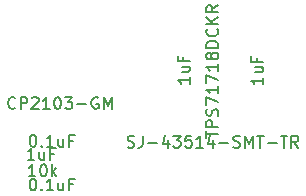
<source format=gbr>
G04 #@! TF.GenerationSoftware,KiCad,Pcbnew,no-vcs-found-7409~56~ubuntu16.10.1*
G04 #@! TF.CreationDate,2017-01-11T20:07:43-05:00*
G04 #@! TF.ProjectId,android_debug_cable,616E64726F69645F64656275675F6361,rev?*
G04 #@! TF.FileFunction,Other,Fab,Top*
%FSLAX46Y46*%
G04 Gerber Fmt 4.6, Leading zero omitted, Abs format (unit mm)*
G04 Created by KiCad (PCBNEW no-vcs-found-7409~56~ubuntu16.10.1) date Wed Jan 11 20:07:43 2017*
%MOMM*%
%LPD*%
G01*
G04 APERTURE LIST*
%ADD10C,0.100000*%
%ADD11C,0.150000*%
G04 APERTURE END LIST*
D10*
D11*
X99411714Y-84378261D02*
X99554571Y-84425880D01*
X99792666Y-84425880D01*
X99887904Y-84378261D01*
X99935523Y-84330642D01*
X99983142Y-84235404D01*
X99983142Y-84140166D01*
X99935523Y-84044928D01*
X99887904Y-83997309D01*
X99792666Y-83949690D01*
X99602190Y-83902071D01*
X99506952Y-83854452D01*
X99459333Y-83806833D01*
X99411714Y-83711595D01*
X99411714Y-83616357D01*
X99459333Y-83521119D01*
X99506952Y-83473500D01*
X99602190Y-83425880D01*
X99840285Y-83425880D01*
X99983142Y-83473500D01*
X100697428Y-83425880D02*
X100697428Y-84140166D01*
X100649809Y-84283023D01*
X100554571Y-84378261D01*
X100411714Y-84425880D01*
X100316476Y-84425880D01*
X101173619Y-84044928D02*
X101935523Y-84044928D01*
X102840285Y-83759214D02*
X102840285Y-84425880D01*
X102602190Y-83378261D02*
X102364095Y-84092547D01*
X102983142Y-84092547D01*
X103268857Y-83425880D02*
X103887904Y-83425880D01*
X103554571Y-83806833D01*
X103697428Y-83806833D01*
X103792666Y-83854452D01*
X103840285Y-83902071D01*
X103887904Y-83997309D01*
X103887904Y-84235404D01*
X103840285Y-84330642D01*
X103792666Y-84378261D01*
X103697428Y-84425880D01*
X103411714Y-84425880D01*
X103316476Y-84378261D01*
X103268857Y-84330642D01*
X104792666Y-83425880D02*
X104316476Y-83425880D01*
X104268857Y-83902071D01*
X104316476Y-83854452D01*
X104411714Y-83806833D01*
X104649809Y-83806833D01*
X104745047Y-83854452D01*
X104792666Y-83902071D01*
X104840285Y-83997309D01*
X104840285Y-84235404D01*
X104792666Y-84330642D01*
X104745047Y-84378261D01*
X104649809Y-84425880D01*
X104411714Y-84425880D01*
X104316476Y-84378261D01*
X104268857Y-84330642D01*
X105792666Y-84425880D02*
X105221238Y-84425880D01*
X105506952Y-84425880D02*
X105506952Y-83425880D01*
X105411714Y-83568738D01*
X105316476Y-83663976D01*
X105221238Y-83711595D01*
X106649809Y-83759214D02*
X106649809Y-84425880D01*
X106411714Y-83378261D02*
X106173619Y-84092547D01*
X106792666Y-84092547D01*
X107173619Y-84044928D02*
X107935523Y-84044928D01*
X108364095Y-84378261D02*
X108506952Y-84425880D01*
X108745047Y-84425880D01*
X108840285Y-84378261D01*
X108887904Y-84330642D01*
X108935523Y-84235404D01*
X108935523Y-84140166D01*
X108887904Y-84044928D01*
X108840285Y-83997309D01*
X108745047Y-83949690D01*
X108554571Y-83902071D01*
X108459333Y-83854452D01*
X108411714Y-83806833D01*
X108364095Y-83711595D01*
X108364095Y-83616357D01*
X108411714Y-83521119D01*
X108459333Y-83473500D01*
X108554571Y-83425880D01*
X108792666Y-83425880D01*
X108935523Y-83473500D01*
X109364095Y-84425880D02*
X109364095Y-83425880D01*
X109697428Y-84140166D01*
X110030761Y-83425880D01*
X110030761Y-84425880D01*
X110364095Y-83425880D02*
X110935523Y-83425880D01*
X110649809Y-84425880D02*
X110649809Y-83425880D01*
X111268857Y-84044928D02*
X112030761Y-84044928D01*
X112364095Y-83425880D02*
X112935523Y-83425880D01*
X112649809Y-84425880D02*
X112649809Y-83425880D01*
X113840285Y-84425880D02*
X113506952Y-83949690D01*
X113268857Y-84425880D02*
X113268857Y-83425880D01*
X113649809Y-83425880D01*
X113745047Y-83473500D01*
X113792666Y-83521119D01*
X113840285Y-83616357D01*
X113840285Y-83759214D01*
X113792666Y-83854452D01*
X113745047Y-83902071D01*
X113649809Y-83949690D01*
X113268857Y-83949690D01*
X91357142Y-83352380D02*
X91452380Y-83352380D01*
X91547619Y-83400000D01*
X91595238Y-83447619D01*
X91642857Y-83542857D01*
X91690476Y-83733333D01*
X91690476Y-83971428D01*
X91642857Y-84161904D01*
X91595238Y-84257142D01*
X91547619Y-84304761D01*
X91452380Y-84352380D01*
X91357142Y-84352380D01*
X91261904Y-84304761D01*
X91214285Y-84257142D01*
X91166666Y-84161904D01*
X91119047Y-83971428D01*
X91119047Y-83733333D01*
X91166666Y-83542857D01*
X91214285Y-83447619D01*
X91261904Y-83400000D01*
X91357142Y-83352380D01*
X92119047Y-84257142D02*
X92166666Y-84304761D01*
X92119047Y-84352380D01*
X92071428Y-84304761D01*
X92119047Y-84257142D01*
X92119047Y-84352380D01*
X93119047Y-84352380D02*
X92547619Y-84352380D01*
X92833333Y-84352380D02*
X92833333Y-83352380D01*
X92738095Y-83495238D01*
X92642857Y-83590476D01*
X92547619Y-83638095D01*
X93976190Y-83685714D02*
X93976190Y-84352380D01*
X93547619Y-83685714D02*
X93547619Y-84209523D01*
X93595238Y-84304761D01*
X93690476Y-84352380D01*
X93833333Y-84352380D01*
X93928571Y-84304761D01*
X93976190Y-84257142D01*
X94785714Y-83828571D02*
X94452380Y-83828571D01*
X94452380Y-84352380D02*
X94452380Y-83352380D01*
X94928571Y-83352380D01*
X91504761Y-85452380D02*
X90933333Y-85452380D01*
X91219047Y-85452380D02*
X91219047Y-84452380D01*
X91123809Y-84595238D01*
X91028571Y-84690476D01*
X90933333Y-84738095D01*
X92361904Y-84785714D02*
X92361904Y-85452380D01*
X91933333Y-84785714D02*
X91933333Y-85309523D01*
X91980952Y-85404761D01*
X92076190Y-85452380D01*
X92219047Y-85452380D01*
X92314285Y-85404761D01*
X92361904Y-85357142D01*
X93171428Y-84928571D02*
X92838095Y-84928571D01*
X92838095Y-85452380D02*
X92838095Y-84452380D01*
X93314285Y-84452380D01*
X104652380Y-78445238D02*
X104652380Y-79016666D01*
X104652380Y-78730952D02*
X103652380Y-78730952D01*
X103795238Y-78826190D01*
X103890476Y-78921428D01*
X103938095Y-79016666D01*
X103985714Y-77588095D02*
X104652380Y-77588095D01*
X103985714Y-78016666D02*
X104509523Y-78016666D01*
X104604761Y-77969047D01*
X104652380Y-77873809D01*
X104652380Y-77730952D01*
X104604761Y-77635714D01*
X104557142Y-77588095D01*
X104128571Y-76778571D02*
X104128571Y-77111904D01*
X104652380Y-77111904D02*
X103652380Y-77111904D01*
X103652380Y-76635714D01*
X110852380Y-78495238D02*
X110852380Y-79066666D01*
X110852380Y-78780952D02*
X109852380Y-78780952D01*
X109995238Y-78876190D01*
X110090476Y-78971428D01*
X110138095Y-79066666D01*
X110185714Y-77638095D02*
X110852380Y-77638095D01*
X110185714Y-78066666D02*
X110709523Y-78066666D01*
X110804761Y-78019047D01*
X110852380Y-77923809D01*
X110852380Y-77780952D01*
X110804761Y-77685714D01*
X110757142Y-77638095D01*
X110328571Y-76828571D02*
X110328571Y-77161904D01*
X110852380Y-77161904D02*
X109852380Y-77161904D01*
X109852380Y-76685714D01*
X91357142Y-87052380D02*
X91452380Y-87052380D01*
X91547619Y-87100000D01*
X91595238Y-87147619D01*
X91642857Y-87242857D01*
X91690476Y-87433333D01*
X91690476Y-87671428D01*
X91642857Y-87861904D01*
X91595238Y-87957142D01*
X91547619Y-88004761D01*
X91452380Y-88052380D01*
X91357142Y-88052380D01*
X91261904Y-88004761D01*
X91214285Y-87957142D01*
X91166666Y-87861904D01*
X91119047Y-87671428D01*
X91119047Y-87433333D01*
X91166666Y-87242857D01*
X91214285Y-87147619D01*
X91261904Y-87100000D01*
X91357142Y-87052380D01*
X92119047Y-87957142D02*
X92166666Y-88004761D01*
X92119047Y-88052380D01*
X92071428Y-88004761D01*
X92119047Y-87957142D01*
X92119047Y-88052380D01*
X93119047Y-88052380D02*
X92547619Y-88052380D01*
X92833333Y-88052380D02*
X92833333Y-87052380D01*
X92738095Y-87195238D01*
X92642857Y-87290476D01*
X92547619Y-87338095D01*
X93976190Y-87385714D02*
X93976190Y-88052380D01*
X93547619Y-87385714D02*
X93547619Y-87909523D01*
X93595238Y-88004761D01*
X93690476Y-88052380D01*
X93833333Y-88052380D01*
X93928571Y-88004761D01*
X93976190Y-87957142D01*
X94785714Y-87528571D02*
X94452380Y-87528571D01*
X94452380Y-88052380D02*
X94452380Y-87052380D01*
X94928571Y-87052380D01*
X89914285Y-81057142D02*
X89866666Y-81104761D01*
X89723809Y-81152380D01*
X89628571Y-81152380D01*
X89485714Y-81104761D01*
X89390476Y-81009523D01*
X89342857Y-80914285D01*
X89295238Y-80723809D01*
X89295238Y-80580952D01*
X89342857Y-80390476D01*
X89390476Y-80295238D01*
X89485714Y-80200000D01*
X89628571Y-80152380D01*
X89723809Y-80152380D01*
X89866666Y-80200000D01*
X89914285Y-80247619D01*
X90342857Y-81152380D02*
X90342857Y-80152380D01*
X90723809Y-80152380D01*
X90819047Y-80200000D01*
X90866666Y-80247619D01*
X90914285Y-80342857D01*
X90914285Y-80485714D01*
X90866666Y-80580952D01*
X90819047Y-80628571D01*
X90723809Y-80676190D01*
X90342857Y-80676190D01*
X91295238Y-80247619D02*
X91342857Y-80200000D01*
X91438095Y-80152380D01*
X91676190Y-80152380D01*
X91771428Y-80200000D01*
X91819047Y-80247619D01*
X91866666Y-80342857D01*
X91866666Y-80438095D01*
X91819047Y-80580952D01*
X91247619Y-81152380D01*
X91866666Y-81152380D01*
X92819047Y-81152380D02*
X92247619Y-81152380D01*
X92533333Y-81152380D02*
X92533333Y-80152380D01*
X92438095Y-80295238D01*
X92342857Y-80390476D01*
X92247619Y-80438095D01*
X93438095Y-80152380D02*
X93533333Y-80152380D01*
X93628571Y-80200000D01*
X93676190Y-80247619D01*
X93723809Y-80342857D01*
X93771428Y-80533333D01*
X93771428Y-80771428D01*
X93723809Y-80961904D01*
X93676190Y-81057142D01*
X93628571Y-81104761D01*
X93533333Y-81152380D01*
X93438095Y-81152380D01*
X93342857Y-81104761D01*
X93295238Y-81057142D01*
X93247619Y-80961904D01*
X93200000Y-80771428D01*
X93200000Y-80533333D01*
X93247619Y-80342857D01*
X93295238Y-80247619D01*
X93342857Y-80200000D01*
X93438095Y-80152380D01*
X94104761Y-80152380D02*
X94723809Y-80152380D01*
X94390476Y-80533333D01*
X94533333Y-80533333D01*
X94628571Y-80580952D01*
X94676190Y-80628571D01*
X94723809Y-80723809D01*
X94723809Y-80961904D01*
X94676190Y-81057142D01*
X94628571Y-81104761D01*
X94533333Y-81152380D01*
X94247619Y-81152380D01*
X94152380Y-81104761D01*
X94104761Y-81057142D01*
X95152380Y-80771428D02*
X95914285Y-80771428D01*
X96914285Y-80200000D02*
X96819047Y-80152380D01*
X96676190Y-80152380D01*
X96533333Y-80200000D01*
X96438095Y-80295238D01*
X96390476Y-80390476D01*
X96342857Y-80580952D01*
X96342857Y-80723809D01*
X96390476Y-80914285D01*
X96438095Y-81009523D01*
X96533333Y-81104761D01*
X96676190Y-81152380D01*
X96771428Y-81152380D01*
X96914285Y-81104761D01*
X96961904Y-81057142D01*
X96961904Y-80723809D01*
X96771428Y-80723809D01*
X97390476Y-81152380D02*
X97390476Y-80152380D01*
X97723809Y-80866666D01*
X98057142Y-80152380D01*
X98057142Y-81152380D01*
X106068380Y-83582457D02*
X106068380Y-83011028D01*
X107068380Y-83296742D02*
X106068380Y-83296742D01*
X107068380Y-82677695D02*
X106068380Y-82677695D01*
X106068380Y-82296742D01*
X106116000Y-82201504D01*
X106163619Y-82153885D01*
X106258857Y-82106266D01*
X106401714Y-82106266D01*
X106496952Y-82153885D01*
X106544571Y-82201504D01*
X106592190Y-82296742D01*
X106592190Y-82677695D01*
X107020761Y-81725314D02*
X107068380Y-81582457D01*
X107068380Y-81344361D01*
X107020761Y-81249123D01*
X106973142Y-81201504D01*
X106877904Y-81153885D01*
X106782666Y-81153885D01*
X106687428Y-81201504D01*
X106639809Y-81249123D01*
X106592190Y-81344361D01*
X106544571Y-81534838D01*
X106496952Y-81630076D01*
X106449333Y-81677695D01*
X106354095Y-81725314D01*
X106258857Y-81725314D01*
X106163619Y-81677695D01*
X106116000Y-81630076D01*
X106068380Y-81534838D01*
X106068380Y-81296742D01*
X106116000Y-81153885D01*
X106068380Y-80820552D02*
X106068380Y-80153885D01*
X107068380Y-80582457D01*
X107068380Y-79249123D02*
X107068380Y-79820552D01*
X107068380Y-79534838D02*
X106068380Y-79534838D01*
X106211238Y-79630076D01*
X106306476Y-79725314D01*
X106354095Y-79820552D01*
X106068380Y-78915790D02*
X106068380Y-78249123D01*
X107068380Y-78677695D01*
X107068380Y-77344361D02*
X107068380Y-77915790D01*
X107068380Y-77630076D02*
X106068380Y-77630076D01*
X106211238Y-77725314D01*
X106306476Y-77820552D01*
X106354095Y-77915790D01*
X106496952Y-76772933D02*
X106449333Y-76868171D01*
X106401714Y-76915790D01*
X106306476Y-76963409D01*
X106258857Y-76963409D01*
X106163619Y-76915790D01*
X106116000Y-76868171D01*
X106068380Y-76772933D01*
X106068380Y-76582457D01*
X106116000Y-76487219D01*
X106163619Y-76439600D01*
X106258857Y-76391980D01*
X106306476Y-76391980D01*
X106401714Y-76439600D01*
X106449333Y-76487219D01*
X106496952Y-76582457D01*
X106496952Y-76772933D01*
X106544571Y-76868171D01*
X106592190Y-76915790D01*
X106687428Y-76963409D01*
X106877904Y-76963409D01*
X106973142Y-76915790D01*
X107020761Y-76868171D01*
X107068380Y-76772933D01*
X107068380Y-76582457D01*
X107020761Y-76487219D01*
X106973142Y-76439600D01*
X106877904Y-76391980D01*
X106687428Y-76391980D01*
X106592190Y-76439600D01*
X106544571Y-76487219D01*
X106496952Y-76582457D01*
X107068380Y-75963409D02*
X106068380Y-75963409D01*
X106068380Y-75725314D01*
X106116000Y-75582457D01*
X106211238Y-75487219D01*
X106306476Y-75439600D01*
X106496952Y-75391980D01*
X106639809Y-75391980D01*
X106830285Y-75439600D01*
X106925523Y-75487219D01*
X107020761Y-75582457D01*
X107068380Y-75725314D01*
X107068380Y-75963409D01*
X106973142Y-74391980D02*
X107020761Y-74439600D01*
X107068380Y-74582457D01*
X107068380Y-74677695D01*
X107020761Y-74820552D01*
X106925523Y-74915790D01*
X106830285Y-74963409D01*
X106639809Y-75011028D01*
X106496952Y-75011028D01*
X106306476Y-74963409D01*
X106211238Y-74915790D01*
X106116000Y-74820552D01*
X106068380Y-74677695D01*
X106068380Y-74582457D01*
X106116000Y-74439600D01*
X106163619Y-74391980D01*
X107068380Y-73963409D02*
X106068380Y-73963409D01*
X107068380Y-73391980D02*
X106496952Y-73820552D01*
X106068380Y-73391980D02*
X106639809Y-73963409D01*
X107068380Y-72391980D02*
X106592190Y-72725314D01*
X107068380Y-72963409D02*
X106068380Y-72963409D01*
X106068380Y-72582457D01*
X106116000Y-72487219D01*
X106163619Y-72439600D01*
X106258857Y-72391980D01*
X106401714Y-72391980D01*
X106496952Y-72439600D01*
X106544571Y-72487219D01*
X106592190Y-72582457D01*
X106592190Y-72963409D01*
X91604761Y-86852380D02*
X91033333Y-86852380D01*
X91319047Y-86852380D02*
X91319047Y-85852380D01*
X91223809Y-85995238D01*
X91128571Y-86090476D01*
X91033333Y-86138095D01*
X92223809Y-85852380D02*
X92319047Y-85852380D01*
X92414285Y-85900000D01*
X92461904Y-85947619D01*
X92509523Y-86042857D01*
X92557142Y-86233333D01*
X92557142Y-86471428D01*
X92509523Y-86661904D01*
X92461904Y-86757142D01*
X92414285Y-86804761D01*
X92319047Y-86852380D01*
X92223809Y-86852380D01*
X92128571Y-86804761D01*
X92080952Y-86757142D01*
X92033333Y-86661904D01*
X91985714Y-86471428D01*
X91985714Y-86233333D01*
X92033333Y-86042857D01*
X92080952Y-85947619D01*
X92128571Y-85900000D01*
X92223809Y-85852380D01*
X92985714Y-86852380D02*
X92985714Y-85852380D01*
X93080952Y-86471428D02*
X93366666Y-86852380D01*
X93366666Y-86185714D02*
X92985714Y-86566666D01*
M02*

</source>
